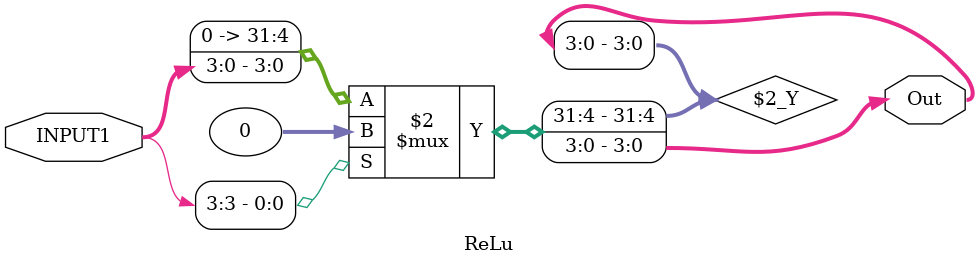
<source format=v>
`timescale 1ns / 1ps


module ReLu
#(parameter size = 3)
(
input [size:0] INPUT1,
output [size:0] Out
);
reg Output;



assign Out = INPUT1[size]?0000:INPUT1;
  


endmodule

</source>
